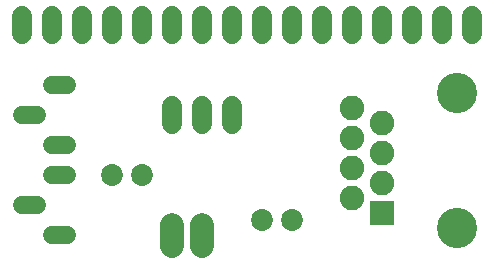
<source format=gts>
G75*
G70*
%OFA0B0*%
%FSLAX24Y24*%
%IPPOS*%
%LPD*%
%AMOC8*
5,1,8,0,0,1.08239X$1,22.5*
%
%ADD10C,0.0680*%
%ADD11C,0.1340*%
%ADD12C,0.0820*%
%ADD13R,0.0820X0.0820*%
%ADD14C,0.0600*%
%ADD15C,0.0730*%
%ADD16C,0.0789*%
D10*
X007078Y004801D02*
X007078Y005401D01*
X008078Y005401D02*
X008078Y004801D01*
X009078Y004801D02*
X009078Y005401D01*
X009078Y007801D02*
X009078Y008401D01*
X008078Y008401D02*
X008078Y007801D01*
X007078Y007801D02*
X007078Y008401D01*
X006078Y008401D02*
X006078Y007801D01*
X005078Y007801D02*
X005078Y008401D01*
X004078Y008401D02*
X004078Y007801D01*
X003078Y007801D02*
X003078Y008401D01*
X002078Y008401D02*
X002078Y007801D01*
X010078Y007801D02*
X010078Y008401D01*
X011078Y008401D02*
X011078Y007801D01*
X012078Y007801D02*
X012078Y008401D01*
X013078Y008401D02*
X013078Y007801D01*
X014078Y007801D02*
X014078Y008401D01*
X015078Y008401D02*
X015078Y007801D01*
X016078Y007801D02*
X016078Y008401D01*
X017078Y008401D02*
X017078Y007801D01*
D11*
X016578Y005851D03*
X016578Y001351D03*
D12*
X014078Y002851D03*
X013078Y003351D03*
X014078Y003851D03*
X013078Y004351D03*
X014078Y004851D03*
X013078Y005351D03*
X013078Y002351D03*
D13*
X014078Y001851D03*
D14*
X003588Y001101D02*
X003068Y001101D01*
X002588Y002101D02*
X002068Y002101D01*
X003068Y003101D02*
X003588Y003101D01*
X003588Y004101D02*
X003068Y004101D01*
X002588Y005101D02*
X002068Y005101D01*
X003068Y006101D02*
X003588Y006101D01*
D15*
X005078Y003101D03*
X006078Y003101D03*
X010078Y001601D03*
X011078Y001601D03*
D16*
X008078Y001455D02*
X008078Y000746D01*
X007078Y000746D02*
X007078Y001455D01*
M02*

</source>
